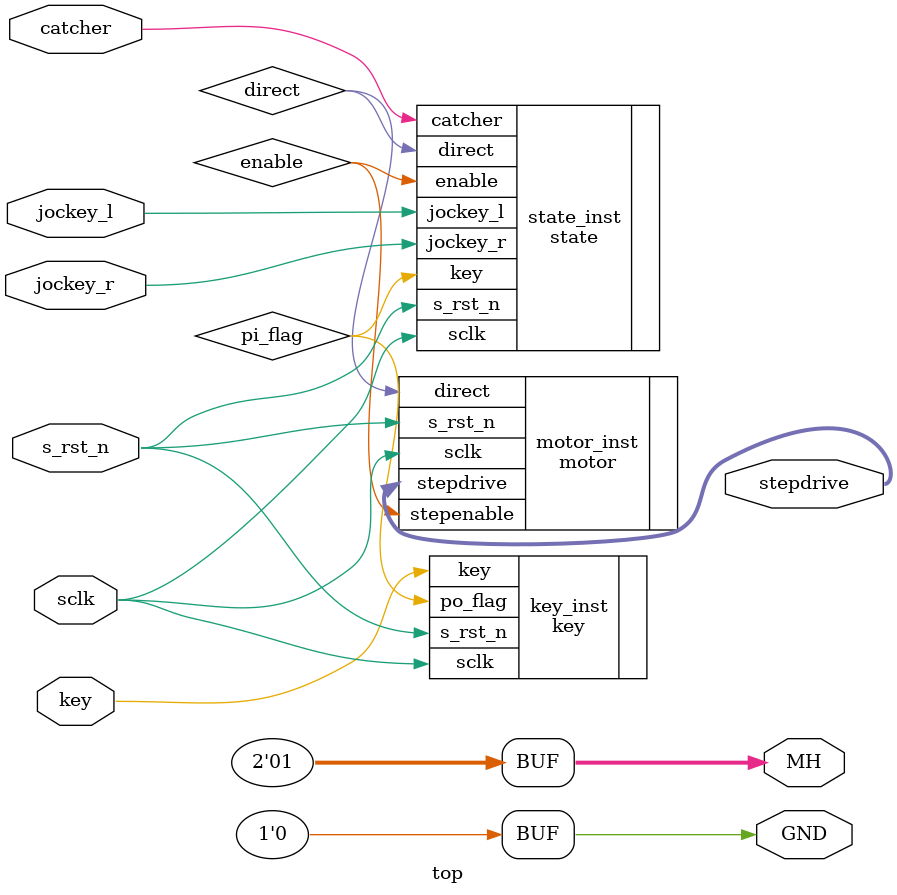
<source format=v>
module  top(
        // system signals 
        input                   sclk                    ,  
        input                   s_rst_n                 ,
        // input signals
        input                   key                     ,
        input                   catcher                 ,
        input                   jockey_r                ,
        input                   jockey_l                ,
        // output signals
        output          [ 3:0]  stepdrive               ,
        // output          [ 1:0]  MA    
        output          [ 1:0]  MH                      ,
        output                  GND                     
);

//============================================================\
// ========= Define Parameter and Internal Signals ==========
//============================================================/ 
wire                    pi_flag                         ;
wire                    direct                          ;
wire                    enable                          ;




//====================================================================
// ***************      Main    Code    ***************
//====================================================================
assign  MH      =       {1'b0,1'b1};
assign  GND     =       1'b0;


key     key_inst(
        .sclk                   (sclk                   ),
        .s_rst_n                (s_rst_n                ),
        .key                    (key                    ),
        .po_flag                (pi_flag                )
);

state   state_inst(
        .sclk                   (sclk                   ),
        .s_rst_n                (s_rst_n                ),
        .catcher                (catcher                ),
        .jockey_r               (jockey_r               ),
        .jockey_l               (jockey_l               ),
        .key                    (pi_flag                ),
        .direct                 (direct                 ),
        .enable                 (enable                 )
);

motor   motor_inst(
        .sclk                   (sclk                   ),
        .s_rst_n                (s_rst_n                ),
        .direct                 (direct                 ),
        .stepenable             (enable                 ),
        .stepdrive              (stepdrive              )
);

/* pwm     pwm_inst(
        .sclk                   (sclk                   ),
        .s_rst_n                (s_rst_n                ),
        .enable                 (enable                 ),
        .direct                 (direct                 ),
        .MA                     (MA                     )
);  */       








endmodule
</source>
